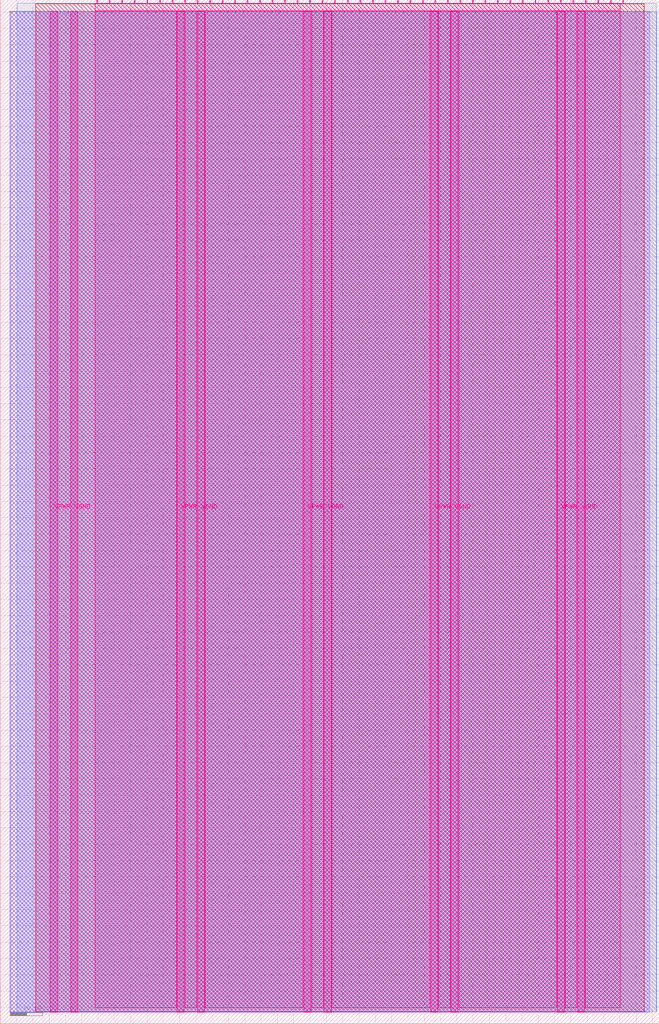
<source format=lef>
VERSION 5.7 ;
  NOWIREEXTENSIONATPIN ON ;
  DIVIDERCHAR "/" ;
  BUSBITCHARS "[]" ;
MACRO tt_um_dpi_adexp
  CLASS BLOCK ;
  FOREIGN tt_um_dpi_adexp ;
  ORIGIN 0.000 0.000 ;
  SIZE 202.080 BY 313.740 ;
  PIN VGND
    DIRECTION INOUT ;
    USE GROUND ;
    PORT
      LAYER Metal5 ;
        RECT 21.580 3.560 23.780 310.180 ;
    END
    PORT
      LAYER Metal5 ;
        RECT 60.450 3.560 62.650 310.180 ;
    END
    PORT
      LAYER Metal5 ;
        RECT 99.320 3.560 101.520 310.180 ;
    END
    PORT
      LAYER Metal5 ;
        RECT 138.190 3.560 140.390 310.180 ;
    END
    PORT
      LAYER Metal5 ;
        RECT 177.060 3.560 179.260 310.180 ;
    END
  END VGND
  PIN VPWR
    DIRECTION INOUT ;
    USE POWER ;
    PORT
      LAYER Metal5 ;
        RECT 15.380 3.560 17.580 310.180 ;
    END
    PORT
      LAYER Metal5 ;
        RECT 54.250 3.560 56.450 310.180 ;
    END
    PORT
      LAYER Metal5 ;
        RECT 93.120 3.560 95.320 310.180 ;
    END
    PORT
      LAYER Metal5 ;
        RECT 131.990 3.560 134.190 310.180 ;
    END
    PORT
      LAYER Metal5 ;
        RECT 170.860 3.560 173.060 310.180 ;
    END
  END VPWR
  PIN clk
    DIRECTION INPUT ;
    USE SIGNAL ;
    ANTENNAGATEAREA 1.430000 ;
    ANTENNADIFFAREA 4.030800 ;
    PORT
      LAYER Metal5 ;
        RECT 187.050 312.740 187.350 313.740 ;
    END
  END clk
  PIN ena
    DIRECTION INPUT ;
    USE SIGNAL ;
    PORT
      LAYER Metal5 ;
        RECT 190.890 312.740 191.190 313.740 ;
    END
  END ena
  PIN rst_n
    DIRECTION INPUT ;
    USE SIGNAL ;
    ANTENNAGATEAREA 0.213200 ;
    PORT
      LAYER Metal5 ;
        RECT 183.210 312.740 183.510 313.740 ;
    END
  END rst_n
  PIN ui_in[0]
    DIRECTION INPUT ;
    USE SIGNAL ;
    PORT
      LAYER Metal5 ;
        RECT 179.370 312.740 179.670 313.740 ;
    END
  END ui_in[0]
  PIN ui_in[1]
    DIRECTION INPUT ;
    USE SIGNAL ;
    ANTENNAGATEAREA 0.213200 ;
    PORT
      LAYER Metal5 ;
        RECT 175.530 312.740 175.830 313.740 ;
    END
  END ui_in[1]
  PIN ui_in[2]
    DIRECTION INPUT ;
    USE SIGNAL ;
    ANTENNAGATEAREA 0.213200 ;
    PORT
      LAYER Metal5 ;
        RECT 171.690 312.740 171.990 313.740 ;
    END
  END ui_in[2]
  PIN ui_in[3]
    DIRECTION INPUT ;
    USE SIGNAL ;
    ANTENNAGATEAREA 0.180700 ;
    PORT
      LAYER Metal5 ;
        RECT 167.850 312.740 168.150 313.740 ;
    END
  END ui_in[3]
  PIN ui_in[4]
    DIRECTION INPUT ;
    USE SIGNAL ;
    ANTENNAGATEAREA 0.314600 ;
    PORT
      LAYER Metal5 ;
        RECT 164.010 312.740 164.310 313.740 ;
    END
  END ui_in[4]
  PIN ui_in[5]
    DIRECTION INPUT ;
    USE SIGNAL ;
    PORT
      LAYER Metal5 ;
        RECT 160.170 312.740 160.470 313.740 ;
    END
  END ui_in[5]
  PIN ui_in[6]
    DIRECTION INPUT ;
    USE SIGNAL ;
    PORT
      LAYER Metal5 ;
        RECT 156.330 312.740 156.630 313.740 ;
    END
  END ui_in[6]
  PIN ui_in[7]
    DIRECTION INPUT ;
    USE SIGNAL ;
    PORT
      LAYER Metal5 ;
        RECT 152.490 312.740 152.790 313.740 ;
    END
  END ui_in[7]
  PIN uio_in[0]
    DIRECTION INPUT ;
    USE SIGNAL ;
    ANTENNAGATEAREA 0.213200 ;
    PORT
      LAYER Metal5 ;
        RECT 148.650 312.740 148.950 313.740 ;
    END
  END uio_in[0]
  PIN uio_in[1]
    DIRECTION INPUT ;
    USE SIGNAL ;
    ANTENNAGATEAREA 0.213200 ;
    PORT
      LAYER Metal5 ;
        RECT 144.810 312.740 145.110 313.740 ;
    END
  END uio_in[1]
  PIN uio_in[2]
    DIRECTION INPUT ;
    USE SIGNAL ;
    ANTENNAGATEAREA 0.213200 ;
    PORT
      LAYER Metal5 ;
        RECT 140.970 312.740 141.270 313.740 ;
    END
  END uio_in[2]
  PIN uio_in[3]
    DIRECTION INPUT ;
    USE SIGNAL ;
    ANTENNAGATEAREA 0.213200 ;
    PORT
      LAYER Metal5 ;
        RECT 137.130 312.740 137.430 313.740 ;
    END
  END uio_in[3]
  PIN uio_in[4]
    DIRECTION INPUT ;
    USE SIGNAL ;
    PORT
      LAYER Metal5 ;
        RECT 133.290 312.740 133.590 313.740 ;
    END
  END uio_in[4]
  PIN uio_in[5]
    DIRECTION INPUT ;
    USE SIGNAL ;
    PORT
      LAYER Metal5 ;
        RECT 129.450 312.740 129.750 313.740 ;
    END
  END uio_in[5]
  PIN uio_in[6]
    DIRECTION INPUT ;
    USE SIGNAL ;
    PORT
      LAYER Metal5 ;
        RECT 125.610 312.740 125.910 313.740 ;
    END
  END uio_in[6]
  PIN uio_in[7]
    DIRECTION INPUT ;
    USE SIGNAL ;
    PORT
      LAYER Metal5 ;
        RECT 121.770 312.740 122.070 313.740 ;
    END
  END uio_in[7]
  PIN uio_oe[0]
    DIRECTION OUTPUT ;
    USE SIGNAL ;
    ANTENNADIFFAREA 0.299200 ;
    PORT
      LAYER Metal5 ;
        RECT 56.490 312.740 56.790 313.740 ;
    END
  END uio_oe[0]
  PIN uio_oe[1]
    DIRECTION OUTPUT ;
    USE SIGNAL ;
    ANTENNADIFFAREA 0.299200 ;
    PORT
      LAYER Metal5 ;
        RECT 52.650 312.740 52.950 313.740 ;
    END
  END uio_oe[1]
  PIN uio_oe[2]
    DIRECTION OUTPUT ;
    USE SIGNAL ;
    ANTENNADIFFAREA 0.299200 ;
    PORT
      LAYER Metal5 ;
        RECT 48.810 312.740 49.110 313.740 ;
    END
  END uio_oe[2]
  PIN uio_oe[3]
    DIRECTION OUTPUT ;
    USE SIGNAL ;
    ANTENNADIFFAREA 0.299200 ;
    PORT
      LAYER Metal5 ;
        RECT 44.970 312.740 45.270 313.740 ;
    END
  END uio_oe[3]
  PIN uio_oe[4]
    DIRECTION OUTPUT ;
    USE SIGNAL ;
    ANTENNADIFFAREA 0.299200 ;
    PORT
      LAYER Metal5 ;
        RECT 41.130 312.740 41.430 313.740 ;
    END
  END uio_oe[4]
  PIN uio_oe[5]
    DIRECTION OUTPUT ;
    USE SIGNAL ;
    ANTENNADIFFAREA 0.299200 ;
    PORT
      LAYER Metal5 ;
        RECT 37.290 312.740 37.590 313.740 ;
    END
  END uio_oe[5]
  PIN uio_oe[6]
    DIRECTION OUTPUT ;
    USE SIGNAL ;
    ANTENNADIFFAREA 0.299200 ;
    PORT
      LAYER Metal5 ;
        RECT 33.450 312.740 33.750 313.740 ;
    END
  END uio_oe[6]
  PIN uio_oe[7]
    DIRECTION OUTPUT ;
    USE SIGNAL ;
    ANTENNADIFFAREA 0.299200 ;
    PORT
      LAYER Metal5 ;
        RECT 29.610 312.740 29.910 313.740 ;
    END
  END uio_oe[7]
  PIN uio_out[0]
    DIRECTION OUTPUT ;
    USE SIGNAL ;
    ANTENNADIFFAREA 0.299200 ;
    PORT
      LAYER Metal5 ;
        RECT 87.210 312.740 87.510 313.740 ;
    END
  END uio_out[0]
  PIN uio_out[1]
    DIRECTION OUTPUT ;
    USE SIGNAL ;
    ANTENNADIFFAREA 0.299200 ;
    PORT
      LAYER Metal5 ;
        RECT 83.370 312.740 83.670 313.740 ;
    END
  END uio_out[1]
  PIN uio_out[2]
    DIRECTION OUTPUT ;
    USE SIGNAL ;
    ANTENNADIFFAREA 0.299200 ;
    PORT
      LAYER Metal5 ;
        RECT 79.530 312.740 79.830 313.740 ;
    END
  END uio_out[2]
  PIN uio_out[3]
    DIRECTION OUTPUT ;
    USE SIGNAL ;
    ANTENNADIFFAREA 0.299200 ;
    PORT
      LAYER Metal5 ;
        RECT 75.690 312.740 75.990 313.740 ;
    END
  END uio_out[3]
  PIN uio_out[4]
    DIRECTION OUTPUT ;
    USE SIGNAL ;
    ANTENNADIFFAREA 0.299200 ;
    PORT
      LAYER Metal5 ;
        RECT 71.850 312.740 72.150 313.740 ;
    END
  END uio_out[4]
  PIN uio_out[5]
    DIRECTION OUTPUT ;
    USE SIGNAL ;
    ANTENNADIFFAREA 0.299200 ;
    PORT
      LAYER Metal5 ;
        RECT 68.010 312.740 68.310 313.740 ;
    END
  END uio_out[5]
  PIN uio_out[6]
    DIRECTION OUTPUT ;
    USE SIGNAL ;
    ANTENNADIFFAREA 0.299200 ;
    PORT
      LAYER Metal5 ;
        RECT 64.170 312.740 64.470 313.740 ;
    END
  END uio_out[6]
  PIN uio_out[7]
    DIRECTION OUTPUT ;
    USE SIGNAL ;
    ANTENNADIFFAREA 0.299200 ;
    PORT
      LAYER Metal5 ;
        RECT 60.330 312.740 60.630 313.740 ;
    END
  END uio_out[7]
  PIN uo_out[0]
    DIRECTION OUTPUT ;
    USE SIGNAL ;
    ANTENNADIFFAREA 0.654800 ;
    PORT
      LAYER Metal5 ;
        RECT 117.930 312.740 118.230 313.740 ;
    END
  END uo_out[0]
  PIN uo_out[1]
    DIRECTION OUTPUT ;
    USE SIGNAL ;
    ANTENNADIFFAREA 1.023000 ;
    PORT
      LAYER Metal5 ;
        RECT 114.090 312.740 114.390 313.740 ;
    END
  END uo_out[1]
  PIN uo_out[2]
    DIRECTION OUTPUT ;
    USE SIGNAL ;
    ANTENNADIFFAREA 0.706800 ;
    PORT
      LAYER Metal5 ;
        RECT 110.250 312.740 110.550 313.740 ;
    END
  END uo_out[2]
  PIN uo_out[3]
    DIRECTION OUTPUT ;
    USE SIGNAL ;
    ANTENNADIFFAREA 0.706800 ;
    PORT
      LAYER Metal5 ;
        RECT 106.410 312.740 106.710 313.740 ;
    END
  END uo_out[3]
  PIN uo_out[4]
    DIRECTION OUTPUT ;
    USE SIGNAL ;
    ANTENNADIFFAREA 0.706800 ;
    PORT
      LAYER Metal5 ;
        RECT 102.570 312.740 102.870 313.740 ;
    END
  END uo_out[4]
  PIN uo_out[5]
    DIRECTION OUTPUT ;
    USE SIGNAL ;
    ANTENNAGATEAREA 0.639600 ;
    ANTENNADIFFAREA 0.988000 ;
    PORT
      LAYER Metal5 ;
        RECT 98.730 312.740 99.030 313.740 ;
    END
  END uo_out[5]
  PIN uo_out[6]
    DIRECTION OUTPUT ;
    USE SIGNAL ;
    ANTENNADIFFAREA 1.023000 ;
    PORT
      LAYER Metal5 ;
        RECT 94.890 312.740 95.190 313.740 ;
    END
  END uo_out[6]
  PIN uo_out[7]
    DIRECTION OUTPUT ;
    USE SIGNAL ;
    ANTENNADIFFAREA 0.299200 ;
    PORT
      LAYER Metal5 ;
        RECT 91.050 312.740 91.350 313.740 ;
    END
  END uo_out[7]
  OBS
      LAYER GatPoly ;
        RECT 2.880 3.630 199.200 310.110 ;
      LAYER Metal1 ;
        RECT 2.880 3.560 199.200 310.180 ;
      LAYER Metal2 ;
        RECT 3.215 3.680 201.265 310.060 ;
      LAYER Metal3 ;
        RECT 5.180 3.635 201.220 312.625 ;
      LAYER Metal4 ;
        RECT 10.895 3.680 197.425 312.580 ;
      LAYER Metal5 ;
        RECT 29.180 312.530 29.400 312.740 ;
        RECT 30.120 312.530 33.240 312.740 ;
        RECT 33.960 312.530 37.080 312.740 ;
        RECT 37.800 312.530 40.920 312.740 ;
        RECT 41.640 312.530 44.760 312.740 ;
        RECT 45.480 312.530 48.600 312.740 ;
        RECT 49.320 312.530 52.440 312.740 ;
        RECT 53.160 312.530 56.280 312.740 ;
        RECT 57.000 312.530 60.120 312.740 ;
        RECT 60.840 312.530 63.960 312.740 ;
        RECT 64.680 312.530 67.800 312.740 ;
        RECT 68.520 312.530 71.640 312.740 ;
        RECT 72.360 312.530 75.480 312.740 ;
        RECT 76.200 312.530 79.320 312.740 ;
        RECT 80.040 312.530 83.160 312.740 ;
        RECT 83.880 312.530 87.000 312.740 ;
        RECT 87.720 312.530 90.840 312.740 ;
        RECT 91.560 312.530 94.680 312.740 ;
        RECT 95.400 312.530 98.520 312.740 ;
        RECT 99.240 312.530 102.360 312.740 ;
        RECT 103.080 312.530 106.200 312.740 ;
        RECT 106.920 312.530 110.040 312.740 ;
        RECT 110.760 312.530 113.880 312.740 ;
        RECT 114.600 312.530 117.720 312.740 ;
        RECT 118.440 312.530 121.560 312.740 ;
        RECT 122.280 312.530 125.400 312.740 ;
        RECT 126.120 312.530 129.240 312.740 ;
        RECT 129.960 312.530 133.080 312.740 ;
        RECT 133.800 312.530 136.920 312.740 ;
        RECT 137.640 312.530 140.760 312.740 ;
        RECT 141.480 312.530 144.600 312.740 ;
        RECT 145.320 312.530 148.440 312.740 ;
        RECT 149.160 312.530 152.280 312.740 ;
        RECT 153.000 312.530 156.120 312.740 ;
        RECT 156.840 312.530 159.960 312.740 ;
        RECT 160.680 312.530 163.800 312.740 ;
        RECT 164.520 312.530 167.640 312.740 ;
        RECT 168.360 312.530 171.480 312.740 ;
        RECT 172.200 312.530 175.320 312.740 ;
        RECT 176.040 312.530 179.160 312.740 ;
        RECT 179.880 312.530 183.000 312.740 ;
        RECT 183.720 312.530 186.840 312.740 ;
        RECT 187.560 312.530 190.180 312.740 ;
        RECT 29.180 310.390 190.180 312.530 ;
        RECT 29.180 4.895 54.040 310.390 ;
        RECT 56.660 4.895 60.240 310.390 ;
        RECT 62.860 4.895 92.910 310.390 ;
        RECT 95.530 4.895 99.110 310.390 ;
        RECT 101.730 4.895 131.780 310.390 ;
        RECT 134.400 4.895 137.980 310.390 ;
        RECT 140.600 4.895 170.650 310.390 ;
        RECT 173.270 4.895 176.850 310.390 ;
        RECT 179.470 4.895 190.180 310.390 ;
  END
END tt_um_dpi_adexp
END LIBRARY


</source>
